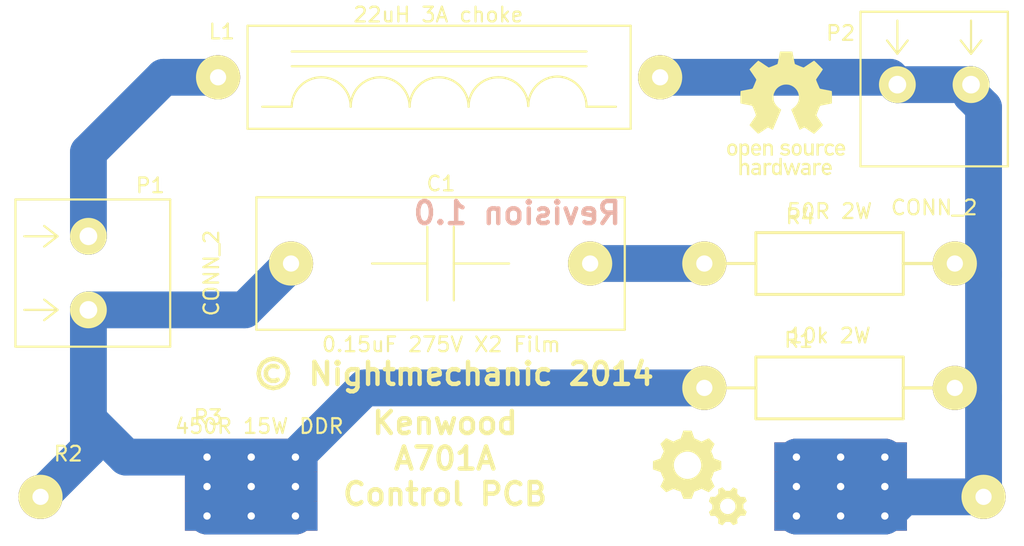
<source format=kicad_pcb>
(kicad_pcb (version 20221018) (generator pcbnew)
  (layers (0 "F.Cu" signal) (31 "B.Cu" signal) (34 "B.Paste" user) (35 "F.Paste" user) (36 "B.SilkS" user) (37 "F.SilkS" user) (38 "B.Mask" user) (39 "F.Mask" user) (44 "Edge.Cuts" user))
  (net 0 "")
  (net 1 "Net-(C1-Pad1)")
  (net 2 "Net-(C1-Pad2)")
  (net 3 "Net-(L1-Pad1)")
  (net 4 "Net-(L1-Pad2)")
  (footprint "A701A:KEMET_PME271M615K" (layer "F.Cu") (at 92.85 44.85)
    (fp_text reference "C1" (at 0.025 -5.425) (layer "F.SilkS"))
    (fp_text value "0.15uF 275V X2 Film" (at 0.05 5.5) (layer "F.SilkS"))
    (pad "1" thru_hole circle (at -10.15 0) (size 3 3) (drill 1.1) (layers "*.Cu" "*.Mask" "F.SilkS") (net 1 "Net-(C1-Pad1)"))
    (pad "2" thru_hole circle (at 10.15 0) (size 3 3) (drill 1.1) (layers "*.Cu" "*.Mask" "F.SilkS") (net 2 "Net-(C1-Pad2)"))
  )
  (footprint "EPCOS_B82111EC22" (layer "F.Cu") (at 92.75 32.2)
    (fp_text reference "L1" (at -14.75 -3.1) (layer "F.SilkS"))
    (fp_text value "22uH 3A choke" (at -0.05 -4.25) (layer "F.SilkS"))
    (pad "1" thru_hole circle (at -15 0) (size 3 3) (drill 1.1) (layers "*.Cu" "*.Mask" "F.SilkS") (net 3 "Net-(L1-Pad1)"))
    (pad "2" thru_hole circle (at 15 0) (size 3 3) (drill 1.1) (layers "*.Cu" "*.Mask" "F.SilkS") (net 4 "Net-(L1-Pad2)"))
  )
  (footprint "A701A:PHOENIX_TERMINAL_PTS1.5_2-5.0-H" (layer "F.Cu") (at 68.95 45.5 -90)
    (fp_text reference "P1" (at -5.95 -4.2) (layer "F.SilkS"))
    (fp_text value "CONN_2" (at 0 -8.35 270) (layer "F.SilkS"))
    (pad "1" thru_hole circle (at -2.5 0 270) (size 2.5 2.5) (drill 1.2) (layers "*.Cu" "*.Mask" "F.SilkS") (net 3 "Net-(L1-Pad1)"))
    (pad "2" thru_hole circle (at 2.5 0 270) (size 2.5 2.5) (drill 1.2) (layers "*.Cu" "*.Mask" "F.SilkS") (net 1 "Net-(C1-Pad1)"))
  )
  (footprint "A701A:PHOENIX_TERMINAL_PTS1.5_2-5.0-H" (layer "F.Cu") (at 126.35 32.7 180)
    (fp_text reference "P2" (at 6.35 3.5 180) (layer "F.SilkS"))
    (fp_text value "CONN_2" (at 0 -8.35 180) (layer "F.SilkS"))
    (pad "1" thru_hole circle (at -2.5 0 180) (size 2.5 2.5) (drill 1.2) (layers "*.Cu" "*.Mask" "F.SilkS") (net 4 "Net-(L1-Pad2)"))
    (pad "2" thru_hole circle (at 2.5 0 180) (size 2.5 2.5) (drill 1.2) (layers "*.Cu" "*.Mask" "F.SilkS") (net 4 "Net-(L1-Pad2)"))
  )
  (footprint "A701A:VISHAY_PR02" (layer "F.Cu") (at 119.25 53.3)
    (fp_text reference "R1" (at -2.1 -3.25) (layer "F.SilkS"))
    (fp_text value "10k 2W" (at 0 -3.55) (layer "F.SilkS"))
    (pad "1" thru_hole circle (at -8.5 0) (size 3 3) (drill 1.1) (layers "*.Cu" "*.Mask" "F.SilkS") (net 1 "Net-(C1-Pad1)"))
    (pad "2" thru_hole circle (at 8.5 0) (size 3 3) (drill 1.1) (layers "*.Cu" "*.Mask" "F.SilkS") (net 4 "Net-(L1-Pad2)"))
  )
  (footprint "XICON_CR25" (layer "F.Cu") (at 97.7 60.7)
    (fp_text reference "R2" (at -30.125 -2.925) (layer "F.SilkS"))
    (fp_text value "470R 25W" hide)
    (pad "1" thru_hole circle (at -32 0) (size 3 3) (drill 1.1) (layers "*.Cu" "*.Mask" "F.SilkS") (net 1 "Net-(C1-Pad1)"))
    (pad "2" thru_hole circle (at 32 0) (size 3 3) (drill 1.1) (layers "*.Cu" "*.Mask" "F.SilkS") (net 4 "Net-(L1-Pad2)"))
  )
  (footprint "A701A:DDR_15W" (layer "F.Cu") (at 100 60)
    (fp_text reference "R3" (at -22.925 -4.7) (layer "F.SilkS"))
    (fp_text value "450R 15W DDR" (at -19.45 -4.1) (layer "F.SilkS"))
    (pad "1" thru_hole rect (at -23 -2) (size 3 2) (drill 0.5) (layers "*.Cu" "*.Mask") (net 1 "Net-(C1-Pad1)"))
    (pad "1" thru_hole rect (at -23 0) (size 3 2) (drill 0.5) (layers "*.Cu" "*.Mask") (net 1 "Net-(C1-Pad1)"))
    (pad "1" thru_hole rect (at -23 2) (size 3 2) (drill 0.5) (layers "*.Cu" "*.Mask") (net 1 "Net-(C1-Pad1)"))
    (pad "1" thru_hole rect (at -20 -2) (size 3 2) (drill 0.5) (layers "*.Cu" "*.Mask") (net 1 "Net-(C1-Pad1)"))
    (pad "1" thru_hole rect (at -20 0) (size 3 2) (drill 0.5) (layers "*.Cu" "*.Mask") (net 1 "Net-(C1-Pad1)"))
    (pad "1" thru_hole rect (at -20 2) (size 3 2) (drill 0.5) (layers "*.Cu" "*.Mask") (net 1 "Net-(C1-Pad1)"))
    (pad "1" thru_hole rect (at -17 -2) (size 3 2) (drill 0.5) (layers "*.Cu" "*.Mask") (net 1 "Net-(C1-Pad1)"))
    (pad "1" thru_hole rect (at -17 0) (size 3 2) (drill 0.5) (layers "*.Cu" "*.Mask") (net 1 "Net-(C1-Pad1)"))
    (pad "1" thru_hole rect (at -17 2) (size 3 2) (drill 0.5) (layers "*.Cu" "*.Mask") (net 1 "Net-(C1-Pad1)"))
    (pad "2" thru_hole rect (at 17 -2) (size 3 2) (drill 0.5) (layers "*.Cu" "*.Mask") (net 4 "Net-(L1-Pad2)"))
    (pad "2" thru_hole rect (at 17 0) (size 3 2) (drill 0.5) (layers "*.Cu" "*.Mask") (net 4 "Net-(L1-Pad2)"))
    (pad "2" thru_hole rect (at 17 2) (size 3 2) (drill 0.5) (layers "*.Cu" "*.Mask") (net 4 "Net-(L1-Pad2)"))
    (pad "2" thru_hole rect (at 20 -2) (size 3 2) (drill 0.5) (layers "*.Cu" "*.Mask") (net 4 "Net-(L1-Pad2)"))
    (pad "2" thru_hole rect (at 20 0) (size 3 2) (drill 0.5) (layers "*.Cu" "*.Mask") (net 4 "Net-(L1-Pad2)"))
    (pad "2" thru_hole rect (at 20 2) (size 3 2) (drill 0.5) (layers "*.Cu" "*.Mask") (net 4 "Net-(L1-Pad2)"))
    (pad "2" thru_hole rect (at 23 -2) (size 3 2) (drill 0.5) (layers "*.Cu" "*.Mask") (net 4 "Net-(L1-Pad2)"))
    (pad "2" thru_hole rect (at 23 0) (size 3 2) (drill 0.5) (layers "*.Cu" "*.Mask") (net 4 "Net-(L1-Pad2)"))
    (pad "2" thru_hole rect (at 23 2) (size 3 2) (drill 0.5) (layers "*.Cu" "*.Mask") (net 4 "Net-(L1-Pad2)"))
  )
  (footprint "A701A:VISHAY_PR02" (layer "F.Cu") (at 119.25 44.85)
    (fp_text reference "R4" (at -2 -3.2) (layer "F.SilkS"))
    (fp_text value "50R 2W" (at 0 -3.55) (layer "F.SilkS"))
    (pad "1" thru_hole circle (at -8.5 0) (size 3 3) (drill 1.1) (layers "*.Cu" "*.Mask" "F.SilkS") (net 2 "Net-(C1-Pad2)"))
    (pad "2" thru_hole circle (at 8.5 0) (size 3 3) (drill 1.1) (layers "*.Cu" "*.Mask" "F.SilkS") (net 4 "Net-(L1-Pad2)"))
  )
  (footprint "Logos:Gears_F.SilkS_8mm" (layer "F.Cu") (at 110.45 59.4 -90)
    (fp_text reference "VAL" hide)
    (fp_text value "REF" hide)
  )
  (footprint "Logos:OSHW_F.SilkS_8mm" (layer "F.Cu") (at 116.3 34.65)
    (fp_text reference "VAL" hide)
    (fp_text value "REF" hide)
  )
  (gr_text "Revision 1.0" (at 98.05 41.425) (layer "B.SilkS") (effects (font (size 1.5 1.5) (thickness 0.3)) (justify mirror)))
  (gr_text "Kenwood\nA701A\nControl PCB" (at 93.15 58.1) (layer "F.SilkS") (effects (font (size 1.5 1.5) (thickness 0.3))))
  (gr_text "© Nightmechanic 2014" (at 93.75 52.35) (layer "F.SilkS") (effects (font (size 1.5 1.5) (thickness 0.3))))
  (segment (start 80 58) (end 77 58) (width 2.5) (layer "F.Cu") (net 1))
  (segment (start 77 58) (end 77 60) (width 2.5) (layer "F.Cu") (net 1))
  (segment (start 77 60) (end 80 60) (width 2.5) (layer "F.Cu") (net 1))
  (segment (start 80 60) (end 83 60) (width 2.5) (layer "F.Cu") (net 1))
  (segment (start 83 60) (end 83 62) (width 2.5) (layer "F.Cu") (net 1))
  (segment (start 83 62) (end 80 62) (width 2.5) (layer "F.Cu") (net 1))
  (segment (start 80 62) (end 77 62) (width 2.5) (layer "F.Cu") (net 1))
  (segment (start 77 62) (end 77 60) (width 2.5) (layer "F.Cu") (net 1))
  (segment (start 77 60) (end 77 58) (width 2.5) (layer "F.Cu") (net 1))
  (segment (start 77 58) (end 83 58) (width 2.5) (layer "F.Cu") (net 1))
  (segment (start 83 58) (end 83 62) (width 2.5) (layer "F.Cu") (net 1))
  (segment (start 80 58) (end 77 58) (width 2.5) (layer "F.Cu") (net 1))
  (segment (start 77 58) (end 77 62) (width 2.5) (layer "F.Cu") (net 1))
  (segment (start 79.55 48) (end 82.7 44.85) (width 2.5) (layer "B.Cu") (net 1))
  (segment (start 68.95 57.45) (end 65.7 60.7) (width 2.5) (layer "B.Cu") (net 1))
  (segment (start 71.5 58) (end 68.95 55.45) (width 2.5) (layer "B.Cu") (net 1))
  (segment (start 68.95 55.45) (end 68.95 57.45) (width 2.5) (layer "B.Cu") (net 1))
  (segment (start 83 58) (end 83 60) (width 2.5) (layer "B.Cu") (net 1))
  (segment (start 83 60) (end 80 60) (width 2.5) (layer "B.Cu") (net 1))
  (segment (start 80 60) (end 77 60) (width 2.5) (layer "B.Cu") (net 1))
  (segment (start 77 60) (end 77 62) (width 2.5) (layer "B.Cu") (net 1))
  (segment (start 77 62) (end 80 62) (width 2.5) (layer "B.Cu") (net 1))
  (segment (start 80 62) (end 83 62) (width 2.5) (layer "B.Cu") (net 1))
  (segment (start 87.7 53.3) (end 83 58) (width 2.5) (layer "B.Cu") (net 1))
  (segment (start 80 58) (end 77 58) (width 2.5) (layer "B.Cu") (net 1))
  (segment (start 77 58) (end 77 62) (width 2.5) (layer "B.Cu") (net 1))
  (segment (start 77 62) (end 83 62) (width 2.5) (layer "B.Cu") (net 1))
  (segment (start 83 62) (end 83 58) (width 2.5) (layer "B.Cu") (net 1))
  (segment (start 68.95 48) (end 68.95 55.45) (width 2.5) (layer "B.Cu") (net 1))
  (segment (start 68.95 48) (end 79.55 48) (width 2.5) (layer "B.Cu") (net 1))
  (segment (start 77 58) (end 71.5 58) (width 2.5) (layer "B.Cu") (net 1))
  (segment (start 77 58) (end 80 58) (width 2.5) (layer "B.Cu") (net 1))
  (segment (start 110.75 53.3) (end 87.7 53.3) (width 2.5) (layer "B.Cu") (net 1))
  (segment (start 83 58) (end 80 58) (width 2.5) (layer "B.Cu") (net 1))
  (segment (start 110.75 44.85) (end 103 44.85) (width 2.5) (layer "B.Cu") (net 2))
  (segment (start 74.05 32.2) (end 68.95 37.3) (width 2.5) (layer "B.Cu") (net 3))
  (segment (start 68.95 37.3) (end 68.95 43) (width 2.5) (layer "B.Cu") (net 3))
  (segment (start 77.75 32.2) (end 74.05 32.2) (width 2.5) (layer "B.Cu") (net 3))
  (segment (start 120 58) (end 117 58) (width 2.5) (layer "F.Cu") (net 4))
  (segment (start 117 58) (end 117 60) (width 2.5) (layer "F.Cu") (net 4))
  (segment (start 117 60) (end 117 62) (width 2.5) (layer "F.Cu") (net 4))
  (segment (start 117 62) (end 120 62) (width 2.5) (layer "F.Cu") (net 4))
  (segment (start 120 62) (end 123 62) (width 2.5) (layer "F.Cu") (net 4))
  (segment (start 123 62) (end 123 60) (width 2.5) (layer "F.Cu") (net 4))
  (segment (start 123 60) (end 123 58) (width 2.5) (layer "F.Cu") (net 4))
  (segment (start 120 58) (end 120 60) (width 2.5) (layer "F.Cu") (net 4))
  (segment (start 120 60) (end 120 62) (width 2.5) (layer "F.Cu") (net 4))
  (segment (start 123 60) (end 117 60) (width 2.5) (layer "F.Cu") (net 4))
  (segment (start 123 58) (end 120 58) (width 2.5) (layer "F.Cu") (net 4))
  (segment (start 124.3 60.7) (end 123 62) (width 2.5) (layer "B.Cu") (net 4))
  (segment (start 120 62) (end 117 62) (width 2.5) (layer "B.Cu") (net 4))
  (segment (start 117 62) (end 117 60) (width 2.5) (layer "B.Cu") (net 4))
  (segment (start 117 60) (end 120 60) (width 2.5) (layer "B.Cu") (net 4))
  (segment (start 120 60) (end 123 60) (width 2.5) (layer "B.Cu") (net 4))
  (segment (start 123 58) (end 120 58) (width 2.5) (layer "B.Cu") (net 4))
  (segment (start 120 58) (end 117 58) (width 2.5) (layer "B.Cu") (net 4))
  (segment (start 123.35 32.2) (end 123.85 32.7) (width 2.5) (layer "B.Cu") (net 4))
  (segment (start 128.85 33.4) (end 129.7 34.25) (width 2.5) (layer "B.Cu") (net 4))
  (segment (start 129.7 34.25) (end 129.7 45.6) (width 2.5) (layer "B.Cu") (net 4))
  (segment (start 129.05 53.3) (end 129.7 53.95) (width 2.5) (layer "B.Cu") (net 4))
  (segment (start 129.7 53.95) (end 129.7 60.7) (width 2.5) (layer "B.Cu") (net 4))
  (segment (start 128.95 44.85) (end 129.7 45.6) (width 2.5) (layer "B.Cu") (net 4))
  (segment (start 129.7 45.6) (end 129.7 53.95) (width 2.5) (layer "B.Cu") (net 4))
  (segment (start 123 60) (end 123 62) (width 2.5) (layer "B.Cu") (net 4))
  (segment (start 123 62) (end 120 62) (width 2.5) (layer "B.Cu") (net 4))
  (segment (start 120 62) (end 120 60) (width 2.5) (layer "B.Cu") (net 4))
  (segment (start 120 60) (end 120 58) (width 2.5) (layer "B.Cu") (net 4))
  (segment (start 120 58) (end 117 58) (width 2.5) (layer "B.Cu") (net 4))
  (segment (start 117 58) (end 117 60) (width 2.5) (layer "B.Cu") (net 4))
  (segment (start 117 60) (end 117 62) (width 2.5) (layer "B.Cu") (net 4))
  (segment (start 117 62) (end 120 62) (width 2.5) (layer "B.Cu") (net 4))
  (segment (start 129.7 60.7) (end 124.3 60.7) (width 2.5) (layer "B.Cu") (net 4))
  (segment (start 128.85 32.7) (end 128.85 33.4) (width 2.5) (layer "B.Cu") (net 4))
  (segment (start 123 58) (end 123 60) (width 2.5) (layer "B.Cu") (net 4))
  (segment (start 107.75 32.2) (end 123.35 32.2) (width 2.5) (layer "B.Cu") (net 4))
  (segment (start 127.75 53.3) (end 129.05 53.3) (width 2.5) (layer "B.Cu") (net 4))
  (segment (start 123 62) (end 120 62) (width 2.5) (layer "B.Cu") (net 4))
  (segment (start 127.75 44.85) (end 128.95 44.85) (width 2.5) (layer "B.Cu") (net 4))
  (segment (start 128.85 32.7) (end 123.85 32.7) (width 2.5) (layer "B.Cu") (net 4))
)
</source>
